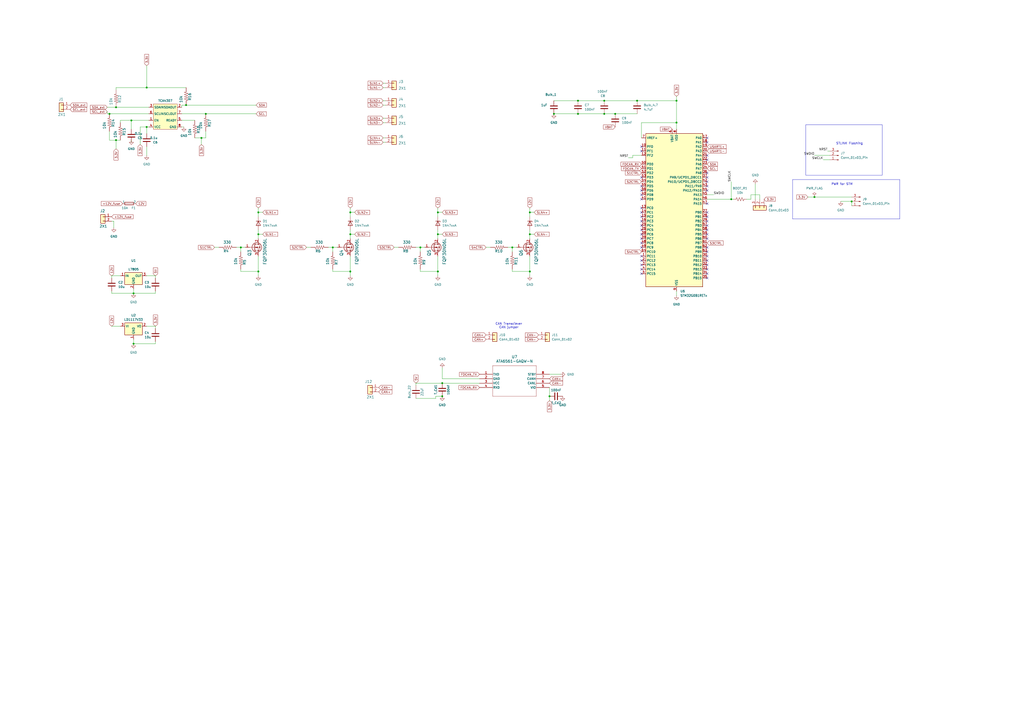
<source format=kicad_sch>
(kicad_sch (version 20250114) (generator "eeschema") (generator_version "9.0")
  (paper "A2")
  (lib_symbols
    (symbol "Connector:Conn_01x03_Pin" (pin_names (offset 1.016) (hide yes))
      (property "Reference" "J" (at 0 5.08 0))
      (property "Value" "Conn_01x03_Pin" (at 0 -5.08 0))
      (symbol "Conn_01x03_Pin_1_1"
        (pin passive line (at 5.08 2.54 180) (length 3.81) (name "Pin_1") (number "1"))
        (pin passive line (at 5.08 0 180) (length 3.81) (name "Pin_2") (number "2"))
        (pin passive line (at 5.08 -2.54 180) (length 3.81) (name "Pin_3") (number "3"))
      )
    )
    (symbol "Connector_Generic:Conn_01x02" (pin_names (offset 1.016) (hide yes))
      (property "Reference" "J" (at 0 2.54 0))
      (property "Value" "Conn_01x02" (at 0 -5.08 0))
      (symbol "Conn_01x02_1_1"
        (pin passive line (at -5.08 0 0) (length 3.81) (name "Pin_1") (number "1"))
        (pin passive line (at -5.08 -2.54 0) (length 3.81) (name "Pin_2") (number "2"))
      )
    )
    (symbol "Connector_Generic:Conn_01x03" (pin_names (offset 1.016) (hide yes))
      (property "Reference" "J" (at 0 5.08 0))
      (property "Value" "Conn_01x03" (at 0 -5.08 0))
      (symbol "Conn_01x03_1_1"
        (pin passive line (at -5.08 2.54 0) (length 3.81) (name "Pin_1") (number "1"))
        (pin passive line (at -5.08 0 0) (length 3.81) (name "Pin_2") (number "2"))
        (pin passive line (at -5.08 -2.54 0) (length 3.81) (name "Pin_3") (number "3"))
      )
    )
    (symbol "Device:C" (pin_numbers (hide yes)) (pin_names (offset 0.254))
      (property "Reference" "C" (at 0.635 2.54 0))
      (property "Value" "C" (at 0.635 -2.54 0))
      (symbol "C_1_1"
        (pin passive line (at 0 3.81 270) (length 2.794) (name "~") (number "1"))
        (pin passive line (at 0 -3.81 90) (length 2.794) (name "~") (number "2"))
      )
    )
    (symbol "Device:Fuse" (pin_numbers (hide yes)) (pin_names (offset 0))
      (property "Reference" "F1" (at 2.54 2.54 90))
      (property "Value" "10A" (at 2.54 -2.54 90))
      (symbol "Fuse_1_1"
        (pin output line (at 0 3.81 270) (length 1.27) (name "2") (number "2"))
        (pin input line (at 0 -3.81 90) (length 1.27) (name "1") (number "1"))
      )
    )
    (symbol "Device:R_US" (pin_numbers (hide yes)) (pin_names (offset 0))
      (property "Reference" "R" (at 2.54 0 90))
      (property "Value" "R_US" (at -2.54 0 90))
      (symbol "R_US_1_1"
        (pin passive line (at 0 3.81 270) (length 1.27) (name "~") (number "1"))
        (pin passive line (at 0 -3.81 90) (length 1.27) (name "~") (number "2"))
      )
    )
    (symbol "Diode:1N47xxA" (pin_numbers (hide yes)) (pin_names (hide yes))
      (property "Reference" "D" (at 0 2.54 0))
      (property "Value" "1N47xxA" (at 0 -2.54 0))
      (symbol "1N47xxA_1_1"
        (pin passive line (at -3.81 0 0) (length 2.54) (name "K") (number "1"))
        (pin passive line (at 3.81 0 180) (length 2.54) (name "A") (number "2"))
      )
    )
    (symbol "MCU_ST_STM32G0:STM32G0B1RETx"
      (property "Reference" "U" (at -15.24 46.99 0))
      (property "Value" "STM32G0B1RETx" (at 5.08 46.99 0))
      (symbol "STM32G0B1RETx_1_1"
        (pin input line (at -17.78 43.18 0) (length 2.54) (name "VREF+") (number "7"))
        (pin bidirectional line (at -17.78 38.1 0) (length 2.54) (name "PF0") (number "10"))
        (pin bidirectional line (at -17.78 35.56 0) (length 2.54) (name "PF1") (number "11"))
        (pin bidirectional line (at -17.78 33.02 0) (length 2.54) (name "PF2") (number "12"))
        (pin bidirectional line (at -17.78 27.94 0) (length 2.54) (name "PD0") (number "50"))
        (pin bidirectional line (at -17.78 25.4 0) (length 2.54) (name "PD1") (number "51"))
        (pin bidirectional line (at -17.78 22.86 0) (length 2.54) (name "PD2") (number "52"))
        (pin bidirectional line (at -17.78 20.32 0) (length 2.54) (name "PD3") (number "53"))
        (pin bidirectional line (at -17.78 17.78 0) (length 2.54) (name "PD4") (number "54"))
        (pin bidirectional line (at -17.78 15.24 0) (length 2.54) (name "PD5") (number "55"))
        (pin bidirectional line (at -17.78 12.7 0) (length 2.54) (name "PD6") (number "56"))
        (pin bidirectional line (at -17.78 10.16 0) (length 2.54) (name "PD8") (number "40"))
        (pin bidirectional line (at -17.78 7.62 0) (length 2.54) (name "PD9") (number "41"))
        (pin bidirectional line (at -17.78 2.54 0) (length 2.54) (name "PC0") (number "13"))
        (pin bidirectional line (at -17.78 0 0) (length 2.54) (name "PC1") (number "14"))
        (pin bidirectional line (at -17.78 -2.54 0) (length 2.54) (name "PC2") (number "15"))
        (pin bidirectional line (at -17.78 -5.08 0) (length 2.54) (name "PC3") (number "16"))
        (pin bidirectional line (at -17.78 -7.62 0) (length 2.54) (name "PC4") (number "25"))
        (pin bidirectional line (at -17.78 -10.16 0) (length 2.54) (name "PC5") (number "26"))
        (pin bidirectional line (at -17.78 -12.7 0) (length 2.54) (name "PC6") (number "38"))
        (pin bidirectional line (at -17.78 -15.24 0) (length 2.54) (name "PC7") (number "39"))
        (pin bidirectional line (at -17.78 -17.78 0) (length 2.54) (name "PC8") (number "48"))
        (pin bidirectional line (at -17.78 -20.32 0) (length 2.54) (name "PC9") (number "49"))
        (pin bidirectional line (at -17.78 -22.86 0) (length 2.54) (name "PC10") (number "64"))
        (pin bidirectional line (at -17.78 -25.4 0) (length 2.54) (name "PC11") (number "1"))
        (pin bidirectional line (at -17.78 -27.94 0) (length 2.54) (name "PC12") (number "2"))
        (pin bidirectional line (at -17.78 -30.48 0) (length 2.54) (name "PC13") (number "3"))
        (pin bidirectional line (at -17.78 -33.02 0) (length 2.54) (name "PC14") (number "4"))
        (pin bidirectional line (at -17.78 -35.56 0) (length 2.54) (name "PC15") (number "5"))
        (pin power_in line (at 0 48.26 270) (length 2.54) (name "VBAT") (number "6"))
        (pin power_in line (at 2.54 48.26 270) (length 2.54) (name "VDD") (number "8"))
        (pin power_in line (at 2.54 -45.72 90) (length 2.54) (name "VSS") (number "9"))
        (pin bidirectional line (at 20.32 43.18 180) (length 2.54) (name "PA0") (number "17"))
        (pin bidirectional line (at 20.32 40.64 180) (length 2.54) (name "PA1") (number "18"))
        (pin bidirectional line (at 20.32 38.1 180) (length 2.54) (name "PA2") (number "19"))
        (pin bidirectional line (at 20.32 35.56 180) (length 2.54) (name "PA3") (number "20"))
        (pin bidirectional line (at 20.32 33.02 180) (length 2.54) (name "PA4") (number "21"))
        (pin bidirectional line (at 20.32 30.48 180) (length 2.54) (name "PA5") (number "22"))
        (pin bidirectional line (at 20.32 27.94 180) (length 2.54) (name "PA6") (number "23"))
        (pin bidirectional line (at 20.32 25.4 180) (length 2.54) (name "PA7") (number "24"))
        (pin bidirectional line (at 20.32 22.86 180) (length 2.54) (name "PA8") (number "36"))
        (pin bidirectional line (at 20.32 20.32 180) (length 2.54) (name "PA9/UCPD1_DBCC1") (number "37"))
        (pin bidirectional line (at 20.32 17.78 180) (length 2.54) (name "PA10/UCPD1_DBCC2") (number "42"))
        (pin bidirectional line (at 20.32 15.24 180) (length 2.54) (name "PA11/PA9") (number "43"))
        (pin bidirectional line (at 20.32 12.7 180) (length 2.54) (name "PA12/PA10") (number "44"))
        (pin bidirectional line (at 20.32 10.16 180) (length 2.54) (name "PA13") (number "45"))
        (pin bidirectional line (at 20.32 7.62 180) (length 2.54) (name "PA14") (number "46"))
        (pin bidirectional line (at 20.32 5.08 180) (length 2.54) (name "PA15") (number "47"))
        (pin bidirectional line (at 20.32 0 180) (length 2.54) (name "PB0") (number "27"))
        (pin bidirectional line (at 20.32 -2.54 180) (length 2.54) (name "PB1") (number "28"))
        (pin bidirectional line (at 20.32 -5.08 180) (length 2.54) (name "PB2") (number "29"))
        (pin bidirectional line (at 20.32 -7.62 180) (length 2.54) (name "PB3") (number "57"))
        (pin bidirectional line (at 20.32 -10.16 180) (length 2.54) (name "PB4") (number "58"))
        (pin bidirectional line (at 20.32 -12.7 180) (length 2.54) (name "PB5") (number "59"))
        (pin bidirectional line (at 20.32 -15.24 180) (length 2.54) (name "PB6") (number "60"))
        (pin bidirectional line (at 20.32 -17.78 180) (length 2.54) (name "PB7") (number "61"))
        (pin bidirectional line (at 20.32 -20.32 180) (length 2.54) (name "PB8") (number "62"))
        (pin bidirectional line (at 20.32 -22.86 180) (length 2.54) (name "PB9") (number "63"))
        (pin bidirectional line (at 20.32 -25.4 180) (length 2.54) (name "PB10") (number "30"))
        (pin bidirectional line (at 20.32 -27.94 180) (length 2.54) (name "PB11") (number "31"))
        (pin bidirectional line (at 20.32 -30.48 180) (length 2.54) (name "PB12") (number "32"))
        (pin bidirectional line (at 20.32 -33.02 180) (length 2.54) (name "PB13") (number "33"))
        (pin bidirectional line (at 20.32 -35.56 180) (length 2.54) (name "PB14") (number "34"))
        (pin bidirectional line (at 20.32 -38.1 180) (length 2.54) (name "PB15") (number "35"))
      )
    )
    (symbol "PowerboardRev5-eagle-import:R-US_R0805" (pin_names (offset 1.016))
      (property "Reference" "R" (at -3.81 1.4986 0))
      (property "Value" "R-US_R0805" (at -3.81 -3.302 0))
      (symbol "R-US_R0805_1_0"
        (pin passive line (at -5.08 0 0) (length 2.54) (name "1") (number "1"))
        (pin passive line (at 5.08 0 180) (length 2.54) (name "2") (number "2"))
      )
    )
    (symbol "Regulator_Linear:L7805" (pin_names (offset 0.254))
      (property "Reference" "U" (at -3.81 3.175 0))
      (property "Value" "L7805" (at 0 3.175 0))
      (symbol "L7805_1_1"
        (pin power_in line (at -7.62 0 0) (length 2.54) (name "IN") (number "1"))
        (pin power_in line (at 0 -7.62 90) (length 2.54) (name "GND") (number "2"))
        (pin power_out line (at 7.62 0 180) (length 2.54) (name "OUT") (number "3"))
      )
    )
    (symbol "Regulator_Linear:LD1117S33TR_SOT223"
      (property "Reference" "U" (at -3.81 3.175 0))
      (property "Value" "LD1117S33TR_SOT223" (at 0 3.175 0))
      (symbol "LD1117S33TR_SOT223_1_1"
        (pin power_in line (at -7.62 0 0) (length 2.54) (name "VI") (number "3"))
        (pin power_in line (at 0 -7.62 90) (length 2.54) (name "GND") (number "1"))
        (pin power_out line (at 7.62 0 180) (length 2.54) (name "VO") (number "2"))
      )
    )
    (symbol "T_1_1"
      (symbol "T_1_1_1_1"
        (pin input line (at -12.7 2.54 0) (length 2.54) (name "SDAIN") (number "3"))
        (pin input line (at -12.7 -1.27 0) (length 2.54) (name "SCLIN") (number "6"))
        (pin input line (at -12.7 -5.08 0) (length 2.54) (name "EN") (number "1"))
        (pin input line (at -12.7 -8.89 0) (length 2.54) (name "VCC") (number "4"))
        (pin input line (at 6.35 2.54 180) (length 2.54) (name "SDAOUT") (number "2"))
        (pin input line (at 6.35 -1.27 180) (length 2.54) (name "SCLOUT") (number "7"))
        (pin input line (at 6.35 -5.08 180) (length 2.54) (name "READY") (number "5"))
        (pin input line (at 6.35 -8.89 180) (length 2.54) (name "GND") (number "8"))
      )
    )
    (symbol "Transistor_FET:IRLZ34N" (pin_names (hide yes))
      (property "Reference" "Q" (at 6.35 1.905 0))
      (property "Value" "IRLZ34N" (at 6.35 0 0))
      (symbol "IRLZ34N_1_1"
        (pin input line (at -5.08 0 0) (length 2.54) (name "G") (number "1"))
        (pin passive line (at 2.54 5.08 270) (length 2.54) (name "D") (number "2"))
        (pin passive line (at 2.54 -5.08 90) (length 2.54) (name "S") (number "3"))
      )
    )
    (symbol "custom_components:ATA6561-GAQW-N" (pin_names (offset 0.254))
      (property "Reference" "U6" (at 20.32 10.16 0))
      (property "Value" "ATA6561-GAQW-N" (at 20.32 7.62 0))
      (symbol "ATA6561-GAQW-N_0_1"
        (pin unspecified line (at 0 0 0) (length 7.62) (name "TXD") (number "1"))
        (pin power_in line (at 0 -5.08 0) (length 7.62) (name "VCC") (number "3"))
        (pin unspecified line (at 0 -7.62 0) (length 7.62) (name "RXD") (number "4"))
        (pin unspecified line (at 40.64 0 180) (length 7.62) (name "STBY") (number "8"))
        (pin unspecified line (at 40.64 -2.54 180) (length 7.62) (name "CANH") (number "7"))
        (pin unspecified line (at 40.64 -5.08 180) (length 7.62) (name "CANL") (number "6"))
      )
      (symbol "ATA6561-GAQW-N_1_1"
        (pin power_in line (at 0 -2.54 0) (length 7.62) (name "GND") (number "2"))
        (pin unspecified line (at 40.64 -7.62 180) (length 7.62) (name "VIO") (number "5"))
      )
    )
    (symbol "power:GND" (power) (pin_names (offset 0))
      (property "Value" "GND" (at 0 -3.81 0))
      (symbol "GND_1_1"
        (pin power_in line (at 0 0 270) (length 0) (hide yes) (name "GND") (number "1"))
      )
    )
    (symbol "power:PWR_FLAG" (power) (pin_numbers (hide yes)) (pin_names (offset 0) (hide yes))
      (property "Value" "PWR_FLAG" (at 0 3.81 0))
      (symbol "PWR_FLAG_0_0"
        (pin power_out line (at 0 0 90) (length 0) (name "~") (number "1"))
      )
    )
  )
  (text "STLINK Flashing\n" (at 492.76 83.312 0) (effects (font (size 1.27 1.27))))
  (text "CAN Transciever\nCAN jumper\n" (at 295.148 188.976 0) (effects (font (size 1.27 1.27))))
  (text "PWR for STM" (at 488.442 106.934 0) (effects (font (size 1.27 1.27))))
  (text_box "" (at 459.74 104.14 0) (size 62.23 22.86) (margins 0.9525 0.9525 0.9525 0.9525) (effects (font (size 1.27 1.27)) (justify left top)))
  (text_box "" (at 467.36 72.39 0) (size 44.45 29.21) (margins 0.9525 0.9525 0.9525 0.9525) (effects (font (size 1.27 1.27)) (justify left top)))
  (junction (at 139.7 143.51))
  (junction (at 254 157.48))
  (junction (at 77.47 199.39))
  (junction (at 392.43 58.42))
  (junction (at 335.28 66.04))
  (junction (at 350.52 58.42))
  (junction (at 203.2 123.19))
  (junction (at 203.2 135.89))
  (junction (at 243.84 143.51))
  (junction (at 63.5 66.04))
  (junction (at 193.04 143.51))
  (junction (at 256.54 229.87))
  (junction (at 356.87 66.04))
  (junction (at 256.54 222.25))
  (junction (at 254 123.19))
  (junction (at 472.44 114.3))
  (junction (at 307.34 135.89))
  (junction (at 149.86 157.48))
  (junction (at 350.52 66.04))
  (junction (at 335.28 58.42))
  (junction (at 107.95 60.96))
  (junction (at 424.18 115.57))
  (junction (at 76.2 69.85))
  (junction (at 149.86 123.19))
  (junction (at 307.34 157.48))
  (junction (at 149.86 135.89))
  (junction (at 119.38 66.04))
  (junction (at 318.77 229.87))
  (junction (at 85.09 50.8))
  (junction (at 392.43 71.12))
  (junction (at 494.03 116.84))
  (junction (at 307.34 123.19))
  (junction (at 116.84 80.01))
  (junction (at 297.18 143.51))
  (junction (at 85.09 73.66))
  (junction (at 321.31 66.04))
  (junction (at 67.31 81.28))
  (junction (at 67.31 62.23))
  (junction (at 254 135.89))
  (junction (at 203.2 157.48))
  (junction (at 369.57 58.42))
  (junction (at 77.47 170.18))
  (no_connect (at 372.11 148.59))
  (no_connect (at 410.21 156.21))
  (no_connect (at 410.21 92.71))
  (no_connect (at 372.11 120.65))
  (no_connect (at 372.11 87.63))
  (no_connect (at 372.11 115.57))
  (no_connect (at 372.11 130.81))
  (no_connect (at 372.11 128.27))
  (no_connect (at 372.11 156.21))
  (no_connect (at 410.21 123.19))
  (no_connect (at 410.21 161.29))
  (no_connect (at 410.21 143.51))
  (no_connect (at 410.21 107.95))
  (no_connect (at 372.11 110.49))
  (no_connect (at 410.21 151.13))
  (no_connect (at 372.11 107.95))
  (no_connect (at 410.21 105.41))
  (no_connect (at 410.21 158.75))
  (no_connect (at 410.21 133.35))
  (no_connect (at 410.21 80.01))
  (no_connect (at 372.11 143.51))
  (no_connect (at 372.11 151.13))
  (no_connect (at 410.21 102.87))
  (no_connect (at 372.11 113.03))
  (no_connect (at 372.11 153.67))
  (no_connect (at 372.11 125.73))
  (no_connect (at 410.21 100.33))
  (no_connect (at 372.11 140.97))
  (no_connect (at 410.21 110.49))
  (no_connect (at 410.21 125.73))
  (no_connect (at 372.11 138.43))
  (no_connect (at 410.21 128.27))
  (no_connect (at 372.11 123.19))
  (no_connect (at 372.11 158.75))
  (no_connect (at 410.21 82.55))
  (no_connect (at 372.11 133.35))
  (no_connect (at 410.21 148.59))
  (no_connect (at 410.21 138.43))
  (no_connect (at 372.11 102.87))
  (no_connect (at 410.21 146.05))
  (no_connect (at 372.11 135.89))
  (no_connect (at 410.21 118.11))
  (no_connect (at 410.21 135.89))
  (no_connect (at 410.21 90.17))
  (no_connect (at 410.21 153.67))
  (no_connect (at 410.21 130.81))
  (no_connect (at 372.11 85.09))
  (wire (pts (xy 222.25 82.55) (xy 223.52 82.55)))
  (wire (pts (xy 307.34 157.48) (xy 307.34 160.02)))
  (wire (pts (xy 81.28 73.66) (xy 85.09 73.66)))
  (wire (pts (xy 392.43 55.88) (xy 392.43 58.42)))
  (wire (pts (xy 149.86 133.35) (xy 149.86 135.89)))
  (wire (pts (xy 392.43 58.42) (xy 369.57 58.42)))
  (wire (pts (xy 64.77 170.18) (xy 64.77 168.91)))
  (wire (pts (xy 203.2 123.19) (xy 205.74 123.19)))
  (wire (pts (xy 477.52 92.71) (xy 481.33 92.71)))
  (wire (pts (xy 149.86 135.89) (xy 149.86 138.43)))
  (wire (pts (xy 193.04 143.51) (xy 195.58 143.51)))
  (wire (pts (xy 203.2 123.19) (xy 203.2 125.73)))
  (wire (pts (xy 480.06 87.63) (xy 481.33 87.63)))
  (wire (pts (xy 63.5 81.28) (xy 67.31 81.28)))
  (wire (pts (xy 90.17 189.23) (xy 90.17 190.5)))
  (wire (pts (xy 254 135.89) (xy 254 138.43)))
  (wire (pts (xy 372.11 71.12) (xy 392.43 71.12)))
  (wire (pts (xy 297.18 143.51) (xy 297.18 146.05)))
  (wire (pts (xy 105.41 66.04) (xy 119.38 66.04)))
  (wire (pts (xy 297.18 143.51) (xy 299.72 143.51)))
  (wire (pts (xy 472.44 114.3) (xy 494.03 114.3)))
  (wire (pts (xy 63.5 76.2) (xy 63.5 81.28)))
  (wire (pts (xy 64.77 160.02) (xy 69.85 160.02)))
  (wire (pts (xy 139.7 143.51) (xy 142.24 143.51)))
  (wire (pts (xy 222.25 68.58) (xy 223.52 68.58)))
  (wire (pts (xy 63.5 66.04) (xy 62.23 66.04)))
  (wire (pts (xy 203.2 133.35) (xy 203.2 135.89)))
  (wire (pts (xy 228.6 143.51) (xy 231.14 143.51)))
  (wire (pts (xy 64.77 128.27) (xy 66.04 128.27)))
  (wire (pts (xy 76.2 69.85) (xy 76.2 74.93)))
  (wire (pts (xy 424.18 115.57) (xy 425.45 115.57)))
  (wire (pts (xy 124.46 143.51) (xy 127 143.51)))
  (wire (pts (xy 281.94 143.51) (xy 284.48 143.51)))
  (wire (pts (xy 243.84 143.51) (xy 243.84 146.05)))
  (wire (pts (xy 193.04 157.48) (xy 203.2 157.48)))
  (wire (pts (xy 252.73 231.14) (xy 252.73 229.87)))
  (wire (pts (xy 137.16 143.51) (xy 139.7 143.51)))
  (wire (pts (xy 85.09 50.8) (xy 85.09 38.1)))
  (wire (pts (xy 254 123.19) (xy 256.54 123.19)))
  (wire (pts (xy 69.85 69.85) (xy 69.85 71.12)))
  (wire (pts (xy 364.49 91.44) (xy 367.03 91.44)))
  (wire (pts (xy 297.18 156.21) (xy 297.18 157.48)))
  (wire (pts (xy 254 157.48) (xy 254 148.59)))
  (wire (pts (xy 243.84 156.21) (xy 243.84 157.48)))
  (wire (pts (xy 222.25 80.01) (xy 223.52 80.01)))
  (wire (pts (xy 350.52 58.42) (xy 369.57 58.42)))
  (wire (pts (xy 85.09 50.8) (xy 107.95 50.8)))
  (wire (pts (xy 119.38 66.04) (xy 148.59 66.04)))
  (wire (pts (xy 116.84 80.01) (xy 119.38 80.01)))
  (wire (pts (xy 81.28 73.66) (xy 81.28 83.82)))
  (wire (pts (xy 494.03 116.84) (xy 494.03 119.38)))
  (wire (pts (xy 392.43 71.12) (xy 392.43 74.93)))
  (wire (pts (xy 307.34 135.89) (xy 307.34 138.43)))
  (wire (pts (xy 256.54 222.25) (xy 278.13 222.25)))
  (wire (pts (xy 297.18 157.48) (xy 307.34 157.48)))
  (wire (pts (xy 113.03 80.01) (xy 116.84 80.01)))
  (wire (pts (xy 367.03 90.17) (xy 372.11 90.17)))
  (wire (pts (xy 254 135.89) (xy 256.54 135.89)))
  (wire (pts (xy 86.36 69.85) (xy 76.2 69.85)))
  (wire (pts (xy 203.2 157.48) (xy 203.2 160.02)))
  (wire (pts (xy 254 123.19) (xy 254 125.73)))
  (wire (pts (xy 222.25 58.42) (xy 223.52 58.42)))
  (wire (pts (xy 193.04 156.21) (xy 193.04 157.48)))
  (wire (pts (xy 67.31 62.23) (xy 62.23 62.23)))
  (wire (pts (xy 85.09 160.02) (xy 90.17 160.02)))
  (wire (pts (xy 90.17 160.02) (xy 90.17 161.29)))
  (wire (pts (xy 278.13 219.71) (xy 256.54 219.71)))
  (wire (pts (xy 372.11 71.12) (xy 372.11 80.01)))
  (wire (pts (xy 66.04 128.27) (xy 66.04 132.08)))
  (wire (pts (xy 241.3 143.51) (xy 243.84 143.51)))
  (wire (pts (xy 149.86 123.19) (xy 152.4 123.19)))
  (wire (pts (xy 424.18 105.41) (xy 424.18 115.57)))
  (wire (pts (xy 105.41 60.96) (xy 107.95 60.96)))
  (wire (pts (xy 149.86 120.65) (xy 149.86 123.19)))
  (wire (pts (xy 433.07 115.57) (xy 435.61 115.57)))
  (wire (pts (xy 318.77 229.87) (xy 318.77 224.79)))
  (wire (pts (xy 203.2 135.89) (xy 203.2 138.43)))
  (wire (pts (xy 63.5 66.04) (xy 86.36 66.04)))
  (wire (pts (xy 85.09 73.66) (xy 86.36 73.66)))
  (wire (pts (xy 77.47 167.64) (xy 77.47 170.18)))
  (wire (pts (xy 149.86 135.89) (xy 152.4 135.89)))
  (wire (pts (xy 307.34 133.35) (xy 307.34 135.89)))
  (wire (pts (xy 256.54 213.36) (xy 256.54 219.71)))
  (wire (pts (xy 139.7 143.51) (xy 139.7 146.05)))
  (wire (pts (xy 252.73 229.87) (xy 256.54 229.87)))
  (wire (pts (xy 105.41 69.85) (xy 113.03 69.85)))
  (wire (pts (xy 254 120.65) (xy 254 123.19)))
  (wire (pts (xy 67.31 62.23) (xy 86.36 62.23)))
  (wire (pts (xy 222.25 50.8) (xy 223.52 50.8)))
  (wire (pts (xy 243.84 143.51) (xy 246.38 143.51)))
  (wire (pts (xy 367.03 91.44) (xy 367.03 90.17)))
  (wire (pts (xy 321.31 58.42) (xy 335.28 58.42)))
  (wire (pts (xy 105.41 60.96) (xy 105.41 62.23)))
  (wire (pts (xy 76.2 82.55) (xy 76.2 81.28)))
  (wire (pts (xy 105.41 73.66) (xy 106.68 73.66)))
  (wire (pts (xy 203.2 120.65) (xy 203.2 123.19)))
  (wire (pts (xy 107.95 60.96) (xy 148.59 60.96)))
  (wire (pts (xy 318.77 232.41) (xy 318.77 229.87)))
  (wire (pts (xy 294.64 143.51) (xy 297.18 143.51)))
  (wire (pts (xy 149.86 157.48) (xy 149.86 148.59)))
  (wire (pts (xy 307.34 123.19) (xy 307.34 125.73)))
  (wire (pts (xy 254 157.48) (xy 254 160.02)))
  (wire (pts (xy 90.17 170.18) (xy 90.17 168.91)))
  (wire (pts (xy 307.34 157.48) (xy 307.34 148.59)))
  (wire (pts (xy 67.31 50.8) (xy 67.31 52.07)))
  (wire (pts (xy 222.25 60.96) (xy 223.52 60.96)))
  (wire (pts (xy 307.34 120.65) (xy 307.34 123.19)))
  (wire (pts (xy 410.21 115.57) (xy 424.18 115.57)))
  (wire (pts (xy 77.47 199.39) (xy 90.17 199.39)))
  (wire (pts (xy 468.63 114.3) (xy 472.44 114.3)))
  (wire (pts (xy 64.77 161.29) (xy 64.77 160.02)))
  (wire (pts (xy 116.84 80.01) (xy 116.84 83.82)))
  (wire (pts (xy 222.25 71.12) (xy 223.52 71.12)))
  (wire (pts (xy 243.84 157.48) (xy 254 157.48)))
  (wire (pts (xy 356.87 66.04) (xy 369.57 66.04)))
  (wire (pts (xy 85.09 90.17) (xy 85.09 85.09)))
  (wire (pts (xy 90.17 199.39) (xy 90.17 198.12)))
  (wire (pts (xy 119.38 80.01) (xy 119.38 76.2)))
  (wire (pts (xy 307.34 123.19) (xy 309.88 123.19)))
  (wire (pts (xy 222.25 48.26) (xy 223.52 48.26)))
  (wire (pts (xy 435.61 115.57) (xy 435.61 113.03)))
  (wire (pts (xy 321.31 66.04) (xy 335.28 66.04)))
  (wire (pts (xy 76.2 69.85) (xy 69.85 69.85)))
  (wire (pts (xy 203.2 157.48) (xy 203.2 148.59)))
  (wire (pts (xy 307.34 135.89) (xy 309.88 135.89)))
  (wire (pts (xy 410.21 113.03) (xy 414.02 113.03)))
  (wire (pts (xy 85.09 77.47) (xy 85.09 73.66)))
  (wire (pts (xy 241.3 222.25) (xy 241.3 223.52)))
  (wire (pts (xy 241.3 231.14) (xy 252.73 231.14)))
  (wire (pts (xy 64.77 170.18) (xy 77.47 170.18)))
  (wire (pts (xy 335.28 66.04) (xy 350.52 66.04)))
  (wire (pts (xy 335.28 58.42) (xy 350.52 58.42)))
  (wire (pts (xy 67.31 81.28) (xy 69.85 81.28)))
  (wire (pts (xy 177.8 143.51) (xy 180.34 143.51)))
  (wire (pts (xy 139.7 157.48) (xy 149.86 157.48)))
  (wire (pts (xy 67.31 50.8) (xy 85.09 50.8)))
  (wire (pts (xy 85.09 189.23) (xy 90.17 189.23)))
  (wire (pts (xy 77.47 196.85) (xy 77.47 199.39)))
  (wire (pts (xy 241.3 222.25) (xy 256.54 222.25)))
  (wire (pts (xy 64.77 189.23) (xy 69.85 189.23)))
  (wire (pts (xy 318.77 217.17) (xy 325.12 217.17)))
  (wire (pts (xy 472.44 90.17) (xy 481.33 90.17)))
  (wire (pts (xy 190.5 143.51) (xy 193.04 143.51)))
  (wire (pts (xy 440.69 113.03) (xy 440.69 115.57)))
  (wire (pts (xy 139.7 156.21) (xy 139.7 157.48)))
  (wire (pts (xy 438.15 106.68) (xy 438.15 115.57)))
  (wire (pts (xy 149.86 123.19) (xy 149.86 125.73)))
  (wire (pts (xy 149.86 157.48) (xy 149.86 160.02)))
  (wire (pts (xy 193.04 143.51) (xy 193.04 146.05)))
  (wire (pts (xy 67.31 81.28) (xy 67.31 86.36)))
  (wire (pts (xy 494.03 116.84) (xy 487.68 116.84)))
  (wire (pts (xy 435.61 113.03) (xy 440.69 113.03)))
  (wire (pts (xy 392.43 168.91) (xy 392.43 171.45)))
  (wire (pts (xy 203.2 135.89) (xy 205.74 135.89)))
  (wire (pts (xy 77.47 170.18) (xy 90.17 170.18)))
  (wire (pts (xy 62.23 66.04) (xy 62.23 64.77)))
  (wire (pts (xy 392.43 58.42) (xy 392.43 71.12)))
  (wire (pts (xy 254 133.35) (xy 254 135.89)))
  (wire (pts (xy 350.52 66.04) (xy 356.87 66.04)))
  (label "SWCLK" (at 477.52 92.71 180))
  (label "SWDIO" (at 414.02 113.03 0))
  (label "SWDIO" (at 472.44 90.17 180))
  (label "NRST" (at 364.49 91.44 180))
  (label "SWCLK" (at 424.18 105.41 90))
  (label "NRST" (at 480.06 87.63 180))
  (global_label "3.3V" (shape input) (at 443.23 115.57 0) (property "Intersheetrefs" "${INTERSHEET_REFS}" (effects (hide yes))))
  (global_label "CAN+" (shape input) (at 281.94 194.31 180) (property "Intersheetrefs" "${INTERSHEET_REFS}" (effects (hide yes))))
  (global_label "SLN4+" (shape input) (at 222.25 80.01 180) (property "Intersheetrefs" "${INTERSHEET_REFS}" (effects (hide yes))))
  (global_label "S3CTRL" (shape input) (at 228.6 143.51 180) (property "Intersheetrefs" "${INTERSHEET_REFS}" (effects (hide yes))))
  (global_label "12V" (shape input) (at 149.86 120.65 90) (property "Intersheetrefs" "${INTERSHEET_REFS}" (effects (hide yes))))
  (global_label "S2CTRL" (shape input) (at 177.8 143.51 180) (property "Intersheetrefs" "${INTERSHEET_REFS}" (effects (hide yes))))
  (global_label "SDA_ext" (shape input) (at 62.23 62.23 180) (property "Intersheetrefs" "${INTERSHEET_REFS}" (effects (hide yes))))
  (global_label "VBAT" (shape input) (at 389.89 74.93 180) (property "Intersheetrefs" "${INTERSHEET_REFS}" (effects (hide yes))))
  (global_label "SLN1-" (shape input) (at 222.25 50.8 180) (property "Intersheetrefs" "${INTERSHEET_REFS}" (effects (hide yes))))
  (global_label "12V" (shape input) (at 64.77 189.23 90) (property "Intersheetrefs" "${INTERSHEET_REFS}" (effects (hide yes))))
  (global_label "USART1-" (shape input) (at 410.21 87.63 0) (property "Intersheetrefs" "${INTERSHEET_REFS}" (effects (hide yes))))
  (global_label "12V" (shape input) (at 307.34 120.65 90) (property "Intersheetrefs" "${INTERSHEET_REFS}" (effects (hide yes))))
  (global_label "CAN-" (shape input) (at 312.42 196.85 180) (property "Intersheetrefs" "${INTERSHEET_REFS}" (effects (hide yes))))
  (global_label "S4CTRL" (shape input) (at 281.94 143.51 180) (property "Intersheetrefs" "${INTERSHEET_REFS}" (effects (hide yes))))
  (global_label "5V" (shape input) (at 241.3 222.25 90) (property "Intersheetrefs" "${INTERSHEET_REFS}" (effects (hide yes))))
  (global_label "SDA" (shape input) (at 148.59 60.96 0) (property "Intersheetrefs" "${INTERSHEET_REFS}" (effects (hide yes))))
  (global_label "SCL" (shape input) (at 148.59 66.04 0) (property "Intersheetrefs" "${INTERSHEET_REFS}" (effects (hide yes))))
  (global_label "SCL" (shape input) (at 410.21 97.79 0) (property "Intersheetrefs" "${INTERSHEET_REFS}" (effects (hide yes))))
  (global_label "SLN1+" (shape input) (at 222.25 48.26 180) (property "Intersheetrefs" "${INTERSHEET_REFS}" (effects (hide yes))))
  (global_label "CAN-" (shape input) (at 219.71 224.79 0) (property "Intersheetrefs" "${INTERSHEET_REFS}" (effects (hide yes))))
  (global_label "12V" (shape input) (at 254 120.65 90) (property "Intersheetrefs" "${INTERSHEET_REFS}" (effects (hide yes))))
  (global_label "SLN2-" (shape input) (at 205.74 135.89 0) (property "Intersheetrefs" "${INTERSHEET_REFS}" (effects (hide yes))))
  (global_label "3.3V" (shape input) (at 90.17 189.23 90) (property "Intersheetrefs" "${INTERSHEET_REFS}" (effects (hide yes))))
  (global_label "SLN4-" (shape input) (at 222.25 82.55 180) (property "Intersheetrefs" "${INTERSHEET_REFS}" (effects (hide yes))))
  (global_label "SLN3+" (shape input) (at 256.54 123.19 0) (property "Intersheetrefs" "${INTERSHEET_REFS}" (effects (hide yes))))
  (global_label "3.3V" (shape input) (at 67.31 86.36 270) (property "Intersheetrefs" "${INTERSHEET_REFS}" (effects (hide yes))))
  (global_label "VBAT" (shape input) (at 356.87 73.66 180) (property "Intersheetrefs" "${INTERSHEET_REFS}" (effects (hide yes))))
  (global_label "SLN3+" (shape input) (at 222.25 68.58 180) (property "Intersheetrefs" "${INTERSHEET_REFS}" (effects (hide yes))))
  (global_label "+12V_fuse" (shape input) (at 64.77 125.73 0) (property "Intersheetrefs" "${INTERSHEET_REFS}" (effects (hide yes))))
  (global_label "3.3V" (shape input) (at 468.63 114.3 180) (property "Intersheetrefs" "${INTERSHEET_REFS}" (effects (hide yes))))
  (global_label "FDCAN_RX" (shape input) (at 372.11 95.25 180) (property "Intersheetrefs" "${INTERSHEET_REFS}" (effects (hide yes))))
  (global_label "12V" (shape input) (at 203.2 120.65 90) (property "Intersheetrefs" "${INTERSHEET_REFS}" (effects (hide yes))))
  (global_label "FDCAN_TX" (shape input) (at 278.13 217.17 180) (property "Intersheetrefs" "${INTERSHEET_REFS}" (effects (hide yes))))
  (global_label "S4CTRL" (shape input) (at 372.11 146.05 180) (property "Intersheetrefs" "${INTERSHEET_REFS}" (effects (hide yes))))
  (global_label "SLN2+" (shape input) (at 222.25 58.42 180) (property "Intersheetrefs" "${INTERSHEET_REFS}" (effects (hide yes))))
  (global_label "+12V_fuse" (shape input) (at 71.12 118.11 180) (property "Intersheetrefs" "${INTERSHEET_REFS}" (effects (hide yes))))
  (global_label "FDCAN_TX" (shape input) (at 372.11 97.79 180) (property "Intersheetrefs" "${INTERSHEET_REFS}" (effects (hide yes))))
  (global_label "SDA_ext" (shape input) (at 40.64 60.96 0) (property "Intersheetrefs" "${INTERSHEET_REFS}" (effects (hide yes))))
  (global_label "S1CTRL" (shape input) (at 372.11 100.33 180) (property "Intersheetrefs" "${INTERSHEET_REFS}" (effects (hide yes))))
  (global_label "SLN3-" (shape input) (at 256.54 135.89 0) (property "Intersheetrefs" "${INTERSHEET_REFS}" (effects (hide yes))))
  (global_label "SLN1-" (shape input) (at 152.4 135.89 0) (property "Intersheetrefs" "${INTERSHEET_REFS}" (effects (hide yes))))
  (global_label "12V" (shape input) (at 64.77 160.02 90) (property "Intersheetrefs" "${INTERSHEET_REFS}" (effects (hide yes))))
  (global_label "USART1+" (shape input) (at 410.21 85.09 0) (property "Intersheetrefs" "${INTERSHEET_REFS}" (effects (hide yes))))
  (global_label "SCL_ext" (shape input) (at 40.64 63.5 0) (property "Intersheetrefs" "${INTERSHEET_REFS}" (effects (hide yes))))
  (global_label "FDCAN_RX" (shape input) (at 278.13 224.79 180) (property "Intersheetrefs" "${INTERSHEET_REFS}" (effects (hide yes))))
  (global_label "CAN+" (shape input) (at 281.94 196.85 180) (property "Intersheetrefs" "${INTERSHEET_REFS}" (effects (hide yes))))
  (global_label "SLN3-" (shape input) (at 222.25 71.12 180) (property "Intersheetrefs" "${INTERSHEET_REFS}" (effects (hide yes))))
  (global_label "SLN2+" (shape input) (at 205.74 123.19 0) (property "Intersheetrefs" "${INTERSHEET_REFS}" (effects (hide yes))))
  (global_label "3.3V" (shape input) (at 392.43 55.88 90) (property "Intersheetrefs" "${INTERSHEET_REFS}" (effects (hide yes))))
  (global_label "CAN-" (shape input) (at 318.77 222.25 0) (property "Intersheetrefs" "${INTERSHEET_REFS}" (effects (hide yes))))
  (global_label "3.3V" (shape input) (at 116.84 83.82 270) (property "Intersheetrefs" "${INTERSHEET_REFS}" (effects (hide yes))))
  (global_label "3.3V" (shape input) (at 85.09 38.1 90) (property "Intersheetrefs" "${INTERSHEET_REFS}" (effects (hide yes))))
  (global_label "CAN-" (shape input) (at 312.42 194.31 180) (property "Intersheetrefs" "${INTERSHEET_REFS}" (effects (hide yes))))
  (global_label "S1CTRL" (shape input) (at 124.46 143.51 180) (property "Intersheetrefs" "${INTERSHEET_REFS}" (effects (hide yes))))
  (global_label "3.3V" (shape input) (at 81.28 83.82 270) (property "Intersheetrefs" "${INTERSHEET_REFS}" (effects (hide yes))))
  (global_label "5V" (shape input) (at 90.17 160.02 90) (property "Intersheetrefs" "${INTERSHEET_REFS}" (effects (hide yes))))
  (global_label "CAN+" (shape input) (at 318.77 219.71 0) (property "Intersheetrefs" "${INTERSHEET_REFS}" (effects (hide yes))))
  (global_label "SLN4+" (shape input) (at 309.88 123.19 0) (property "Intersheetrefs" "${INTERSHEET_REFS}" (effects (hide yes))))
  (global_label "S3CTRL" (shape input) (at 410.21 140.97 0) (property "Intersheetrefs" "${INTERSHEET_REFS}" (effects (hide yes))))
  (global_label "SCL_ext" (shape input) (at 62.23 64.77 180) (property "Intersheetrefs" "${INTERSHEET_REFS}" (effects (hide yes))))
  (global_label "SLN1+" (shape input) (at 152.4 123.19 0) (property "Intersheetrefs" "${INTERSHEET_REFS}" (effects (hide yes))))
  (global_label "CAN+" (shape input) (at 219.71 227.33 0) (property "Intersheetrefs" "${INTERSHEET_REFS}" (effects (hide yes))))
  (global_label "S2CTRL" (shape input) (at 372.11 105.41 180) (property "Intersheetrefs" "${INTERSHEET_REFS}" (effects (hide yes))))
  (global_label "3.3V" (shape input) (at 318.77 232.41 270) (property "Intersheetrefs" "${INTERSHEET_REFS}" (effects (hide yes))))
  (global_label "SLN4-" (shape input) (at 309.88 135.89 0) (property "Intersheetrefs" "${INTERSHEET_REFS}" (effects (hide yes))))
  (global_label "SLN2-" (shape input) (at 222.25 60.96 180) (property "Intersheetrefs" "${INTERSHEET_REFS}" (effects (hide yes))))
  (global_label "SDA" (shape input) (at 410.21 95.25 0) (property "Intersheetrefs" "${INTERSHEET_REFS}" (effects (hide yes))))
  (global_label "12V" (shape input) (at 78.74 118.11 0) (property "Intersheetrefs" "${INTERSHEET_REFS}" (effects (hide yes))))
  (symbol (lib_id "Device:C") (at 90.17 194.31 0) (unit 1)
    (property "Reference" "C4" (at 83.82 193.04 0) (effects (justify left)))
    (property "Value" "10u" (at 83.82 195.58 0) (effects (justify left)))
    (property "Footprint" "Capacitor_THT:CP_Radial_D5.0mm_P2.00mm" (effects (hide yes)))
  )
  (symbol (lib_id "Transistor_FET:IRLZ34N") (at 251.46 143.51 0) (unit 1)
    (property "Reference" "Q5" (at 248.92 148.59 90) (effects (font (size 1.778 1.778)) (justify left)))
    (property "Value" "FQP30N06L" (at 257.81 153.67 90) (effects (font (size 1.778 1.778)) (justify left)))
    (property "Footprint" "Package_TO_SOT_THT:TO-220-3_Vertical" (effects (hide yes)))
    (property "Datasheet" "http://www.infineon.com/dgdl/irlz34npbf.pdf?fileId=5546d462533600a40153567206892720" (effects (hide yes)))
  )
  (symbol (lib_id "Connector_Generic:Conn_01x02") (at 287.02 194.31 0) (unit 1)
    (property "Reference" "J10" (at 289.56 194.3099 0) (effects (justify left)))
    (property "Value" "Conn_01x02" (at 289.56 196.8499 0) (effects (justify left)))
    (property "Footprint" "Connector_PinHeader_2.54mm:PinHeader_1x02_P2.54mm_Vertical" (effects (hide yes)))
    (property "Description" "Generic connector, single row, 01x02, script generated (kicad-library-utils/schlib/autogen/connector/)" (effects (hide yes)))
  )
  (symbol (lib_id "PowerboardRev5-eagle-import:R-US_R0805") (at 297.18 151.13 270) (mirror x) (unit 1)
    (property "Reference" "R11" (at 298.45 153.67 0) (effects (font (size 1.4986 1.4986)) (justify left bottom)))
    (property "Value" "10k" (at 293.37 153.67 0) (effects (font (size 1.4986 1.4986)) (justify left bottom)))
    (property "Footprint" "Resistor_SMD:R_0805_2012Metric_Pad1.20x1.40mm_HandSolder" (effects (hide yes)))
  )
  (symbol (lib_id "power:GND") (at 256.54 213.36 180) (unit 1)
    (property "Reference" "#PWR050" (effects (hide yes)))
    (property "Value" "GND" (at 256.54 208.28 0))
  )
  (symbol (lib_id "Transistor_FET:IRLZ34N") (at 200.66 143.51 0) (unit 1)
    (property "Reference" "Q4" (at 198.12 148.59 90) (effects (font (size 1.778 1.778)) (justify left)))
    (property "Value" "FQP30N06L" (at 207.01 153.67 90) (effects (font (size 1.778 1.778)) (justify left)))
    (property "Footprint" "Package_TO_SOT_THT:TO-220-3_Vertical" (effects (hide yes)))
    (property "Datasheet" "http://www.infineon.com/dgdl/irlz34npbf.pdf?fileId=5546d462533600a40153567206892720" (effects (hide yes)))
  )
  (symbol (lib_id "power:GND") (at 256.54 229.87 0) (unit 1)
    (property "Reference" "#PWR049" (effects (hide yes)))
    (property "Value" "GND" (at 256.54 234.95 0))
  )
  (symbol (lib_id "Connector_Generic:Conn_01x03") (at 440.69 120.65 270) (unit 1)
    (property "Reference" "J8" (at 445.77 119.3799 90) (effects (justify left)))
    (property "Value" "Conn_01x03" (at 445.77 121.9199 90) (effects (justify left)))
    (property "Footprint" "custom_components:slide_switch_EGER1218_Thruster" (effects (hide yes)))
    (property "Description" "Generic connector, single row, 01x03, script generated (kicad-library-utils/schlib/autogen/connector/)" (effects (hide yes)))
  )
  (symbol (lib_id "power:GND") (at 321.31 66.04 0) (unit 1)
    (property "Reference" "#PWR052" (effects (hide yes)))
    (property "Value" "GND" (at 321.31 71.12 0))
  )
  (symbol (lib_id "Connector_Generic:Conn_01x02") (at 228.6 68.58 0) (unit 1)
    (property "Reference" "J5" (at 231.14 68.58 0) (effects (font (size 1.4986 1.4986)) (justify left bottom)))
    (property "Value" "2X1" (at 231.14 72.39 0) (effects (font (size 1.4986 1.4986)) (justify left bottom)))
    (property "Footprint" "Connector_JST:JST_PH_B2B-PH-K_1x02_P2.00mm_Vertical" (effects (hide yes)))
  )
  (symbol (lib_id "power:GND") (at 326.39 229.87 0) (unit 1)
    (property "Reference" "#PWR048" (effects (hide yes)))
    (property "Value" "GND" (at 326.39 234.95 0))
  )
  (symbol (lib_id "Device:R_US") (at 429.26 115.57 90) (unit 1)
    (property "Reference" "BOOT_R1" (at 429.26 109.22 90))
    (property "Value" "10k" (at 429.26 111.76 90))
    (property "Footprint" "Resistor_SMD:R_0805_2012Metric_Pad1.20x1.40mm_HandSolder" (effects (hide yes)))
    (property "Description" "Resistor, US symbol" (effects (hide yes)))
  )
  (symbol (lib_id "Device:C") (at 350.52 62.23 0) (mirror y) (unit 1)
    (property "Reference" "C8" (at 351.028 55.626 0) (effects (justify left)))
    (property "Value" "100nF" (at 352.552 53.086 0) (effects (justify left)))
    (property "Footprint" "Capacitor_SMD:C_0805_2012Metric_Pad1.18x1.45mm_HandSolder" (effects (hide yes)))
    (property "Description" "Unpolarized capacitor" (effects (hide yes)))
  )
  (symbol (lib_id "Device:C") (at 322.58 229.87 90) (unit 1)
    (property "Reference" "T_Cd2" (at 322.58 233.68 90))
    (property "Value" "100nF" (at 322.58 226.314 90))
    (property "Footprint" "Capacitor_SMD:C_0805_2012Metric_Pad1.18x1.45mm_HandSolder" (effects (hide yes)))
    (property "Description" "Unpolarized capacitor" (effects (hide yes)))
  )
  (symbol (lib_id "PowerboardRev5-eagle-import:R-US_R0805") (at 132.08 143.51 0) (mirror x) (unit 1)
    (property "Reference" "R4" (at 129.54 144.78 0) (effects (font (size 1.4986 1.4986)) (justify left bottom)))
    (property "Value" "330" (at 129.54 139.7 0) (effects (font (size 1.4986 1.4986)) (justify left bottom)))
    (property "Footprint" "Resistor_SMD:R_0805_2012Metric_Pad1.20x1.40mm_HandSolder" (effects (hide yes)))
  )
  (symbol (lib_id "Connector_Generic:Conn_01x02") (at 228.6 80.01 0) (unit 1)
    (property "Reference" "J6" (at 231.14 80.01 0) (effects (font (size 1.4986 1.4986)) (justify left bottom)))
    (property "Value" "2X1" (at 231.14 83.82 0) (effects (font (size 1.4986 1.4986)) (justify left bottom)))
    (property "Footprint" "Connector_JST:JST_PH_B2B-PH-K_1x02_P2.00mm_Vertical" (effects (hide yes)))
  )
  (symbol (lib_id "Device:C") (at 241.3 227.33 0) (unit 1)
    (property "Reference" "Bulk_22" (at 237.49 227.33 90))
    (property "Value" "22uF" (at 244.856 227.33 90))
    (property "Footprint" "Capacitor_SMD:C_0805_2012Metric_Pad1.18x1.45mm_HandSolder" (effects (hide yes)))
    (property "Description" "Unpolarized capacitor" (effects (hide yes)))
  )
  (symbol (lib_id "PowerboardRev5-eagle-import:R-US_R0805") (at 63.5 71.12 270) (mirror x) (unit 1)
    (property "Reference" "R14" (at 64.77 73.66 0) (effects (font (size 1.4986 1.4986)) (justify left bottom)))
    (property "Value" "10k" (at 59.69 74.93 0) (effects (font (size 1.4986 1.4986)) (justify left bottom)))
    (property "Footprint" "Capacitor_SMD:C_0201_0603Metric" (effects (hide yes)))
  )
  (symbol (lib_id "Regulator_Linear:LD1117S33TR_SOT223") (at 77.47 189.23 0) (unit 1)
    (property "Reference" "U2" (at 77.47 182.88 0))
    (property "Value" "LD1117V33" (at 77.47 185.42 0))
    (property "Footprint" "Package_TO_SOT_THT:TO-220-3_Vertical" (effects (hide yes)))
    (property "Datasheet" "http://www.st.com/st-web-ui/static/active/en/resource/technical/document/datasheet/CD00000544.pdf" (effects (hide yes)))
  )
  (symbol (lib_id "power:GND") (at 106.68 73.66 0) (unit 1)
    (property "Reference" "#PWR034" (effects (hide yes)))
    (property "Value" "GND" (at 106.68 78.74 0))
  )
  (symbol (lib_id "PowerboardRev5-eagle-import:R-US_R0805") (at 107.95 55.88 270) (mirror x) (unit 1)
    (property "Reference" "R16" (at 109.22 58.42 0) (effects (font (size 1.4986 1.4986)) (justify left bottom)))
    (property "Value" "10k" (at 104.14 59.69 0) (effects (font (size 1.4986 1.4986)) (justify left bottom)))
    (property "Footprint" "Capacitor_SMD:C_0201_0603Metric" (effects (hide yes)))
  )
  (symbol (lib_id "power:GND") (at 487.68 116.84 0) (unit 1)
    (property "Reference" "#PWR053" (effects (hide yes)))
    (property "Value" "GND" (at 487.68 121.92 0))
  )
  (symbol (lib_id "Device:C") (at 256.54 226.06 0) (unit 1)
    (property "Reference" "T_Cd1" (at 252.73 226.06 90))
    (property "Value" "100nF" (at 260.096 226.06 90))
    (property "Footprint" "Capacitor_SMD:C_0805_2012Metric_Pad1.18x1.45mm_HandSolder" (effects (hide yes)))
    (property "Description" "Unpolarized capacitor" (effects (hide yes)))
  )
  (symbol (lib_id "power:GND") (at 77.47 170.18 0) (unit 1)
    (property "Reference" "#PWR012" (effects (hide yes)))
    (property "Value" "GND" (at 77.47 175.26 0))
  )
  (symbol (lib_id "PowerboardRev5-eagle-import:R-US_R0805") (at 113.03 74.93 270) (mirror x) (unit 1)
    (property "Reference" "R18" (at 114.3 77.47 0) (effects (font (size 1.4986 1.4986)) (justify left bottom)))
    (property "Value" "10k" (at 109.22 78.74 0) (effects (font (size 1.4986 1.4986)) (justify left bottom)))
    (property "Footprint" "Capacitor_SMD:C_0201_0603Metric" (effects (hide yes)))
  )
  (symbol (lib_id "PowerboardRev5-eagle-import:R-US_R0805") (at 69.85 76.2 270) (mirror x) (unit 1)
    (property "Reference" "R15" (at 71.12 78.74 0) (effects (font (size 1.4986 1.4986)) (justify left bottom)))
    (property "Value" "10k" (at 66.04 80.01 0) (effects (font (size 1.4986 1.4986)) (justify left bottom)))
    (property "Footprint" "Capacitor_SMD:C_0201_0603Metric" (effects (hide yes)))
  )
  (symbol (lib_id "Diode:1N47xxA") (at 203.2 129.54 270) (unit 1)
    (property "Reference" "D2" (at 205.74 128.27 90) (effects (justify left)))
    (property "Value" "1N47xxA" (at 205.74 130.81 90) (effects (justify left)))
    (property "Footprint" "Diode_THT:D_DO-41_SOD81_P10.16mm_Horizontal" (effects (hide yes)))
    (property "Datasheet" "https://www.vishay.com/docs/85816/1n4728a.pdf" (effects (hide yes)))
  )
  (symbol (lib_id "power:GND") (at 254 160.02 0) (unit 1)
    (property "Reference" "#PWR020" (effects (hide yes)))
    (property "Value" "GND" (at 254 165.1 0))
  )
  (symbol (lib_id "power:GND") (at 203.2 160.02 0) (unit 1)
    (property "Reference" "#PWR019" (effects (hide yes)))
    (property "Value" "GND" (at 203.2 165.1 0))
  )
  (symbol (lib_id "Connector_Generic:Conn_01x02") (at 59.69 125.73 0) (mirror y) (unit 1)
    (property "Reference" "J2" (at 60.96 123.19 0) (effects (font (size 1.4986 1.4986)) (justify left bottom)))
    (property "Value" "2X1" (at 62.23 132.08 0) (effects (font (size 1.4986 1.4986)) (justify left bottom)))
    (property "Footprint" "Connector_JST:JST_PH_B2B-PH-K_1x02_P2.00mm_Vertical" (effects (hide yes)))
  )
  (symbol (lib_id "PowerboardRev5-eagle-import:R-US_R0805") (at 119.38 71.12 270) (mirror x) (unit 1)
    (property "Reference" "R17" (at 120.65 73.66 0) (effects (font (size 1.4986 1.4986)) (justify left bottom)))
    (property "Value" "10k" (at 115.57 74.93 0) (effects (font (size 1.4986 1.4986)) (justify left bottom)))
    (property "Footprint" "Capacitor_SMD:C_0201_0603Metric" (effects (hide yes)))
  )
  (symbol (lib_id "MCU_ST_STM32G0:STM32G0B1RETx") (at 389.89 123.19 0) (unit 1)
    (property "Reference" "U6" (at 394.6241 168.91 0) (effects (justify left)))
    (property "Value" "STM32G0B1RETx" (at 394.6241 171.45 0) (effects (justify left)))
    (property "Footprint" "Package_QFP:LQFP-64_10x10mm_P0.5mm" (effects (hide yes)))
    (property "Datasheet" "https://www.st.com/resource/en/datasheet/stm32g0b1re.pdf" (effects (hide yes)))
  )
  (symbol (lib_id "Device:C") (at 90.17 165.1 0) (unit 1)
    (property "Reference" "C3" (at 83.82 163.83 0) (effects (justify left)))
    (property "Value" "10u" (at 83.82 166.37 0) (effects (justify left)))
    (property "Footprint" "Capacitor_THT:CP_Radial_D5.0mm_P2.00mm" (effects (hide yes)))
  )
  (symbol (lib_id "Diode:1N47xxA") (at 254 129.54 270) (unit 1)
    (property "Reference" "D3" (at 256.54 128.27 90) (effects (justify left)))
    (property "Value" "1N47xxA" (at 256.54 130.81 90) (effects (justify left)))
    (property "Footprint" "Diode_THT:D_DO-41_SOD81_P10.16mm_Horizontal" (effects (hide yes)))
    (property "Datasheet" "https://www.vishay.com/docs/85816/1n4728a.pdf" (effects (hide yes)))
  )
  (symbol (lib_id "power:GND") (at 438.15 106.68 180) (unit 1)
    (property "Reference" "#PWR044" (effects (hide yes)))
    (property "Value" "GND" (at 438.15 101.6 0))
  )
  (symbol (lib_id "power:GND") (at 325.12 217.17 90) (unit 1)
    (property "Reference" "#PWR047" (effects (hide yes)))
    (property "Value" "GND" (at 328.93 217.1699 90) (effects (justify right)))
  )
  (symbol (lib_id "Transistor_FET:IRLZ34N") (at 304.8 143.51 0) (unit 1)
    (property "Reference" "Q6" (at 302.26 148.59 90) (effects (font (size 1.778 1.778)) (justify left)))
    (property "Value" "FQP30N06L" (at 311.15 153.67 90) (effects (font (size 1.778 1.778)) (justify left)))
    (property "Footprint" "Package_TO_SOT_THT:TO-220-3_Vertical" (effects (hide yes)))
    (property "Datasheet" "http://www.infineon.com/dgdl/irlz34npbf.pdf?fileId=5546d462533600a40153567206892720" (effects (hide yes)))
  )
  (symbol (lib_id "PowerboardRev5-eagle-import:R-US_R0805") (at 193.04 151.13 270) (mirror x) (unit 1)
    (property "Reference" "R7" (at 194.31 153.67 0) (effects (font (size 1.4986 1.4986)) (justify left bottom)))
    (property "Value" "10k" (at 189.23 153.67 0) (effects (font (size 1.4986 1.4986)) (justify left bottom)))
    (property "Footprint" "Resistor_SMD:R_0805_2012Metric_Pad1.20x1.40mm_HandSolder" (effects (hide yes)))
  )
  (symbol (lib_id "power:GND") (at 77.47 199.39 0) (unit 1)
    (property "Reference" "#PWR011" (effects (hide yes)))
    (property "Value" "GND" (at 77.47 204.47 0))
  )
  (symbol (lib_id "power:GND") (at 392.43 171.45 0) (unit 1)
    (property "Reference" "#PWR051" (effects (hide yes)))
    (property "Value" "GND" (at 392.43 176.53 0))
  )
  (symbol (lib_id "Connector:Conn_01x03_Pin") (at 486.41 90.17 180) (unit 1)
    (property "Reference" "J7" (at 487.68 88.8999 0) (effects (justify right)))
    (property "Value" "Conn_01x03_Pin" (at 487.68 91.4399 0) (effects (justify right)))
    (property "Footprint" "Connector_PinHeader_2.54mm:PinHeader_1x03_P2.54mm_Vertical" (effects (hide yes)))
    (property "Description" "Generic connector, single row, 01x03, script generated" (effects (hide yes)))
  )
  (symbol (lib_id "Device:C") (at 335.28 62.23 0) (unit 1)
    (property "Reference" "C7" (at 339.09 60.9599 0) (effects (justify left)))
    (property "Value" "100nF" (at 339.09 63.4999 0) (effects (justify left)))
    (property "Footprint" "Capacitor_SMD:C_0805_2012Metric_Pad1.18x1.45mm_HandSolder" (effects (hide yes)))
    (property "Description" "Unpolarized capacitor" (effects (hide yes)))
  )
  (symbol (lib_id "PowerboardRev5-eagle-import:R-US_R0805") (at 67.31 57.15 270) (mirror x) (unit 1)
    (property "Reference" "R12" (at 68.58 59.69 0) (effects (font (size 1.4986 1.4986)) (justify left bottom)))
    (property "Value" "10k" (at 63.5 60.96 0) (effects (font (size 1.4986 1.4986)) (justify left bottom)))
    (property "Footprint" "Capacitor_SMD:C_0201_0603Metric" (effects (hide yes)))
  )
  (symbol (lib_id "Diode:1N47xxA") (at 307.34 129.54 270) (unit 1)
    (property "Reference" "D4" (at 309.88 128.27 90) (effects (justify left)))
    (property "Value" "1N47xxA" (at 309.88 130.81 90) (effects (justify left)))
    (property "Footprint" "Diode_THT:D_DO-41_SOD81_P10.16mm_Horizontal" (effects (hide yes)))
    (property "Datasheet" "https://www.vishay.com/docs/85816/1n4728a.pdf" (effects (hide yes)))
  )
  (symbol (lib_id "Device:C") (at 321.31 62.23 180) (unit 1)
    (property "Reference" "Bulk_1" (at 322.834 54.864 0) (effects (justify left)))
    (property "Value" "1uF" (at 317.5 60.9601 0) (effects (justify left)))
    (property "Footprint" "Capacitor_SMD:C_0805_2012Metric_Pad1.18x1.45mm_HandSolder" (effects (hide yes)))
    (property "Description" "Unpolarized capacitor" (effects (hide yes)))
  )
  (symbol (lib_id "PowerboardRev5-eagle-import:R-US_R0805") (at 289.56 143.51 0) (mirror x) (unit 1)
    (property "Reference" "R10" (at 287.02 144.78 0) (effects (font (size 1.4986 1.4986)) (justify left bottom)))
    (property "Value" "330" (at 287.02 139.7 0) (effects (font (size 1.4986 1.4986)) (justify left bottom)))
    (property "Footprint" "Resistor_SMD:R_0805_2012Metric_Pad1.20x1.40mm_HandSolder" (effects (hide yes)))
  )
  (symbol (lib_id "Connector_Generic:Conn_01x02") (at 35.56 60.96 0) (mirror y) (unit 1)
    (property "Reference" "J1" (at 36.83 58.42 0) (effects (font (size 1.4986 1.4986)) (justify left bottom)))
    (property "Value" "2X1" (at 38.1 67.31 0) (effects (font (size 1.4986 1.4986)) (justify left bottom)))
    (property "Footprint" "Connector_JST:JST_PH_B2B-PH-K_1x02_P2.00mm_Vertical" (effects (hide yes)))
  )
  (symbol (lib_id "Connector_Generic:Conn_01x02") (at 228.6 48.26 0) (unit 1)
    (property "Reference" "J3" (at 231.14 48.26 0) (effects (font (size 1.4986 1.4986)) (justify left bottom)))
    (property "Value" "2X1" (at 231.14 52.07 0) (effects (font (size 1.4986 1.4986)) (justify left bottom)))
    (property "Footprint" "Connector_JST:JST_PH_B2B-PH-K_1x02_P2.00mm_Vertical" (effects (hide yes)))
  )
  (symbol (lib_id "Device:C") (at 76.2 78.74 180) (unit 1)
    (property "Reference" "C5" (at 82.55 80.01 0) (effects (justify left)))
    (property "Value" "0.1u" (at 82.55 77.47 0) (effects (justify left)))
    (property "Footprint" "Capacitor_SMD:C_0402_1005Metric" (effects (hide yes)))
  )
  (symbol (lib_id "PowerboardRev5-eagle-import:R-US_R0805") (at 243.84 151.13 270) (mirror x) (unit 1)
    (property "Reference" "R9" (at 245.11 153.67 0) (effects (font (size 1.4986 1.4986)) (justify left bottom)))
    (property "Value" "10k" (at 240.03 153.67 0) (effects (font (size 1.4986 1.4986)) (justify left bottom)))
    (property "Footprint" "Resistor_SMD:R_0805_2012Metric_Pad1.20x1.40mm_HandSolder" (effects (hide yes)))
  )
  (symbol (lib_id "Connector_Generic:Conn_01x02") (at 214.63 224.79 0) (mirror y) (unit 1)
    (property "Reference" "J12" (at 215.9 222.25 0) (effects (font (size 1.4986 1.4986)) (justify left bottom)))
    (property "Value" "2X1" (at 217.17 231.14 0) (effects (font (size 1.4986 1.4986)) (justify left bottom)))
    (property "Footprint" "Connector_JST:JST_PH_B2B-PH-K_1x02_P2.00mm_Vertical" (effects (hide yes)))
  )
  (symbol (lib_id "Connector_Generic:Conn_01x02") (at 317.5 194.31 0) (unit 1)
    (property "Reference" "J11" (at 320.04 194.3099 0) (effects (justify left)))
    (property "Value" "Conn_01x02" (at 320.04 196.8499 0) (effects (justify left)))
    (property "Footprint" "Connector_PinHeader_2.54mm:PinHeader_1x02_P2.54mm_Vertical" (effects (hide yes)))
    (property "Description" "Generic connector, single row, 01x02, script generated (kicad-library-utils/schlib/autogen/connector/)" (effects (hide yes)))
  )
  (symbol (lib_id "Device:Fuse") (at 74.93 118.11 270) (unit 1)
    (property "Reference" "F1" (at 77.47 120.65 90))
    (property "Value" "10A" (at 72.39 120.65 90))
    (property "Footprint" "Fuse:Fuse_1206_3216Metric" (effects (hide yes)))
  )
  (symbol (lib_id "Device:C") (at 64.77 165.1 0) (unit 1)
    (property "Reference" "C2" (at 68.58 163.83 0) (effects (justify left)))
    (property "Value" "10u" (at 68.58 166.37 0) (effects (justify left)))
    (property "Footprint" "Capacitor_THT:CP_Radial_D5.0mm_P2.00mm" (effects (hide yes)))
  )
  (symbol (lib_id "PowerboardRev5-eagle-import:R-US_R0805") (at 236.22 143.51 0) (mirror x) (unit 1)
    (property "Reference" "R8" (at 233.68 144.78 0) (effects (font (size 1.4986 1.4986)) (justify left bottom)))
    (property "Value" "330" (at 233.68 139.7 0) (effects (font (size 1.4986 1.4986)) (justify left bottom)))
    (property "Footprint" "Resistor_SMD:R_0805_2012Metric_Pad1.20x1.40mm_HandSolder" (effects (hide yes)))
  )
  (symbol (lib_id "power:GND") (at 76.2 81.28 0) (unit 1)
    (property "Reference" "#PWR029" (effects (hide yes)))
    (property "Value" "GND" (at 76.2 86.36 0))
  )
  (symbol (lib_id "Transistor_FET:IRLZ34N") (at 147.32 143.51 0) (unit 1)
    (property "Reference" "Q3" (at 144.78 148.59 90) (effects (font (size 1.778 1.778)) (justify left)))
    (property "Value" "FQP30N06L" (at 153.67 153.67 90) (effects (font (size 1.778 1.778)) (justify left)))
    (property "Footprint" "Package_TO_SOT_THT:TO-220-3_Vertical" (effects (hide yes)))
    (property "Datasheet" "http://www.infineon.com/dgdl/irlz34npbf.pdf?fileId=5546d462533600a40153567206892720" (effects (hide yes)))
  )
  (symbol (lib_id "PowerboardRev5-eagle-import:R-US_R0805") (at 139.7 151.13 270) (mirror x) (unit 1)
    (property "Reference" "R5" (at 140.97 153.67 0) (effects (font (size 1.4986 1.4986)) (justify left bottom)))
    (property "Value" "10k" (at 135.89 153.67 0) (effects (font (size 1.4986 1.4986)) (justify left bottom)))
    (property "Footprint" "Resistor_SMD:R_0805_2012Metric_Pad1.20x1.40mm_HandSolder" (effects (hide yes)))
  )
  (symbol (lib_id "Device:C") (at 356.87 69.85 0) (unit 1)
    (property "Reference" "C9" (at 360.68 68.5799 0) (effects (justify left)))
    (property "Value" "100nF" (at 360.68 71.1199 0) (effects (justify left)))
    (property "Footprint" "Capacitor_SMD:C_0805_2012Metric_Pad1.18x1.45mm_HandSolder" (effects (hide yes)))
    (property "Description" "Unpolarized capacitor" (effects (hide yes)))
  )
  (symbol (lib_id "power:GND") (at 149.86 160.02 0) (unit 1)
    (property "Reference" "#PWR018" (effects (hide yes)))
    (property "Value" "GND" (at 149.86 165.1 0))
  )
  (symbol (lib_id "Device:C") (at 369.57 62.23 0) (unit 1)
    (property "Reference" "Bulk_4.7" (at 373.38 60.9599 0) (effects (justify left)))
    (property "Value" "4.7uF" (at 373.38 63.4999 0) (effects (justify left)))
    (property "Footprint" "Capacitor_SMD:C_0805_2012Metric_Pad1.18x1.45mm_HandSolder" (effects (hide yes)))
    (property "Description" "Unpolarized capacitor" (effects (hide yes)))
  )
  (symbol (lib_id "custom_components:ATA6561-GAQW-N") (at 278.13 217.17 0) (unit 1)
    (property "Reference" "U7" (at 298.45 207.01 0) (effects (font (size 1.524 1.524))))
    (property "Value" "ATA6561-GAQW-N" (at 298.45 209.55 0) (effects (font (size 1.524 1.524))))
    (property "Footprint" "custom_components:SOIC8_4P9X3P9MC_MCH" (effects (hide yes)))
    (property "Datasheet" "ATA6561-GAQW-N" (effects (hide yes)))
  )
  (symbol (lib_id "Device:C") (at 85.09 81.28 180) (unit 1)
    (property "Reference" "C6" (at 91.44 82.55 0) (effects (justify left)))
    (property "Value" "0.1u" (at 91.44 80.01 0) (effects (justify left)))
    (property "Footprint" "Capacitor_SMD:C_0402_1005Metric" (effects (hide yes)))
  )
  (symbol (lib_id "PowerboardRev5-eagle-import:R-US_R0805") (at 185.42 143.51 0) (mirror x) (unit 1)
    (property "Reference" "R6" (at 182.88 144.78 0) (effects (font (size 1.4986 1.4986)) (justify left bottom)))
    (property "Value" "330" (at 182.88 139.7 0) (effects (font (size 1.4986 1.4986)) (justify left bottom)))
    (property "Footprint" "Resistor_SMD:R_0805_2012Metric_Pad1.20x1.40mm_HandSolder" (effects (hide yes)))
  )
  (symbol (lib_id "Connector_Generic:Conn_01x02") (at 228.6 58.42 0) (unit 1)
    (property "Reference" "J4" (at 231.14 58.42 0) (effects (font (size 1.4986 1.4986)) (justify left bottom)))
    (property "Value" "2X1" (at 231.14 62.23 0) (effects (font (size 1.4986 1.4986)) (justify left bottom)))
    (property "Footprint" "Connector_JST:JST_PH_B2B-PH-K_1x02_P2.00mm_Vertical" (effects (hide yes)))
  )
  (symbol (lib_id "Regulator_Linear:L7805") (at 77.47 160.02 0) (unit 1)
    (property "Reference" "U1" (at 77.47 151.13 0))
    (property "Value" "L7805" (at 77.47 156.21 0))
    (property "Footprint" "Package_TO_SOT_THT:TO-220-3_Vertical" (effects (hide yes)))
    (property "Datasheet" "http://www.st.com/content/ccc/resource/technical/document/datasheet/41/4f/b3/b0/12/d4/47/88/CD00000444.pdf/files/CD00000444.pdf/jcr:content/translations/en.CD00000444.pdf" (effects (hide yes)))
  )
  (symbol (lib_id "power:GND") (at 66.04 132.08 0) (unit 1)
    (property "Reference" "#PWR017" (effects (hide yes)))
    (property "Value" "GND" (at 66.04 137.16 0))
  )
  (symbol (lib_id "Diode:1N47xxA") (at 149.86 129.54 270) (unit 1)
    (property "Reference" "D1" (at 152.4 128.27 90) (effects (justify left)))
    (property "Value" "1N47xxA" (at 152.4 130.81 90) (effects (justify left)))
    (property "Footprint" "Diode_THT:D_DO-41_SOD81_P10.16mm_Horizontal" (effects (hide yes)))
    (property "Datasheet" "https://www.vishay.com/docs/85816/1n4728a.pdf" (effects (hide yes)))
  )
  (symbol (lib_name "T_1_1") (lib_id "I2C_Buffer:T_1") (at 99.06 64.77 0) (unit 1)
    (property "Reference" "U5" (effects (hide yes)))
    (property "Value" "TCA4307" (at 95.885 58.42 0))
    (property "Footprint" "TCA4307:SOP65P490X110-8N" (effects (hide yes)))
    (property "Datasheet" "https://cdn-learn.adafruit.com/assets/assets/000/103/421/original/tca4307.pdf?1626362917" (effects (hide yes)))
  )
  (symbol (lib_id "power:PWR_FLAG") (at 472.44 114.3 0) (unit 1)
    (property "Reference" "#FLG01" (effects (hide yes)))
    (property "Value" "PWR_FLAG" (at 472.44 109.22 0))
    (property "Description" "Special symbol for telling ERC where power comes from" (effects (hide yes)))
  )
  (symbol (lib_id "Connector:Conn_01x03_Pin") (at 499.11 116.84 180) (unit 1)
    (property "Reference" "J9" (at 500.38 115.5699 0) (effects (justify right)))
    (property "Value" "Conn_01x03_Pin" (at 500.38 118.1099 0) (effects (justify right)))
    (property "Footprint" "Connector_PinHeader_2.54mm:PinHeader_1x03_P2.54mm_Vertical" (effects (hide yes)))
    (property "Description" "Generic connector, single row, 01x03, script generated" (effects (hide yes)))
  )
  (symbol (lib_id "power:GND") (at 85.09 90.17 0) (unit 1)
    (property "Reference" "#PWR030" (effects (hide yes)))
    (property "Value" "GND" (at 85.09 95.25 0))
  )
  (symbol (lib_id "power:GND") (at 307.34 160.02 0) (unit 1)
    (property "Reference" "#PWR021" (effects (hide yes)))
    (property "Value" "GND" (at 307.34 165.1 0))
  )
)
</source>
